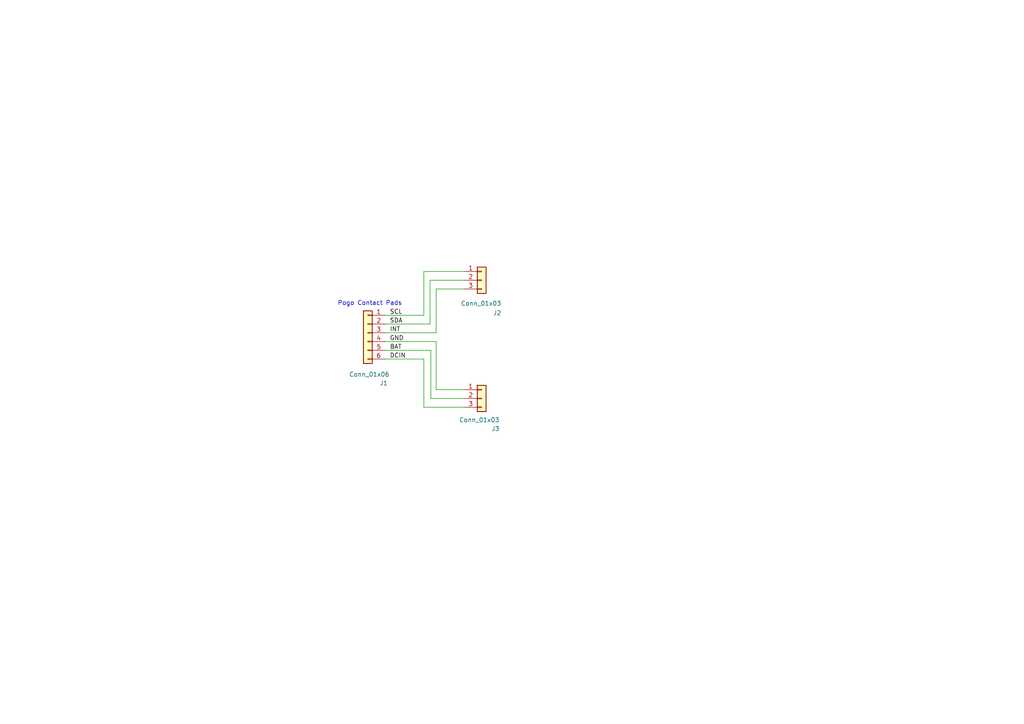
<source format=kicad_sch>
(kicad_sch (version 20231120) (generator "eeschema") (generator_version "8.0")
  (paper "A4")
  (lib_symbols
    (symbol "Connector_Generic:Conn_01x03" (pin_names (offset 1.016) hide)
      (property "Reference" "J" (at 0 5.08 0))
      (property "Value" "Conn_01x03" (at 0 -5.08 0))
      (symbol "Conn_01x03_1_1"
        (rectangle (start -1.27 -2.413) (end 0 -2.667) (stroke (width 0.1524)))
        (rectangle (start -1.27 0.127) (end 0 -0.127) (stroke (width 0.1524)))
        (rectangle (start -1.27 2.667) (end 0 2.413) (stroke (width 0.1524)))
        (rectangle (start -1.27 3.81) (end 1.27 -3.81) (stroke (width 0.254)) (fill (type background)))
        (pin passive line (at -5.08 2.54 0) (length 3.81) (name "Pin_1") (number "1"))
        (pin passive line (at -5.08 0 0) (length 3.81) (name "Pin_2") (number "2"))
        (pin passive line (at -5.08 -2.54 0) (length 3.81) (name "Pin_3") (number "3"))
      )
    )
    (symbol "Connector_Generic:Conn_01x06" (pin_names (offset 1.016) hide)
      (property "Reference" "J" (at 0 7.62 0))
      (property "Value" "Conn_01x06" (at 0 -10.16 0))
      (symbol "Conn_01x06_1_1"
        (rectangle (start -1.27 -7.493) (end 0 -7.747) (stroke (width 0.1524)))
        (rectangle (start -1.27 -4.953) (end 0 -5.207) (stroke (width 0.1524)))
        (rectangle (start -1.27 -2.413) (end 0 -2.667) (stroke (width 0.1524)))
        (rectangle (start -1.27 0.127) (end 0 -0.127) (stroke (width 0.1524)))
        (rectangle (start -1.27 2.667) (end 0 2.413) (stroke (width 0.1524)))
        (rectangle (start -1.27 5.207) (end 0 4.953) (stroke (width 0.1524)))
        (rectangle (start -1.27 6.35) (end 1.27 -8.89) (stroke (width 0.254)) (fill (type background)))
        (pin passive line (at -5.08 5.08 0) (length 3.81) (name "Pin_1") (number "1"))
        (pin passive line (at -5.08 2.54 0) (length 3.81) (name "Pin_2") (number "2"))
        (pin passive line (at -5.08 0 0) (length 3.81) (name "Pin_3") (number "3"))
        (pin passive line (at -5.08 -2.54 0) (length 3.81) (name "Pin_4") (number "4"))
        (pin passive line (at -5.08 -5.08 0) (length 3.81) (name "Pin_5") (number "5"))
        (pin passive line (at -5.08 -7.62 0) (length 3.81) (name "Pin_6") (number "6"))
      )
    )
  )
  (wire (pts (xy 124.968 115.57) (xy 134.62 115.57)))
  (wire (pts (xy 126.492 96.52) (xy 126.492 83.82)))
  (wire (pts (xy 126.492 113.03) (xy 134.62 113.03)))
  (wire (pts (xy 124.714 81.28) (xy 124.714 93.98)))
  (wire (pts (xy 111.76 101.6) (xy 124.968 101.6)))
  (wire (pts (xy 126.492 99.06) (xy 126.492 113.03)))
  (wire (pts (xy 122.936 91.44) (xy 122.936 78.74)))
  (wire (pts (xy 122.936 78.74) (xy 134.62 78.74)))
  (wire (pts (xy 111.76 99.06) (xy 126.492 99.06)))
  (wire (pts (xy 124.714 93.98) (xy 111.76 93.98)))
  (wire (pts (xy 124.968 101.6) (xy 124.968 115.57)))
  (wire (pts (xy 122.936 104.14) (xy 122.936 118.11)))
  (wire (pts (xy 111.76 91.44) (xy 122.936 91.44)))
  (wire (pts (xy 126.492 83.82) (xy 134.62 83.82)))
  (wire (pts (xy 134.62 81.28) (xy 124.714 81.28)))
  (wire (pts (xy 111.76 96.52) (xy 126.492 96.52)))
  (wire (pts (xy 122.936 118.11) (xy 134.62 118.11)))
  (wire (pts (xy 111.76 104.14) (xy 122.936 104.14)))
  (text "Pogo Contact Pads" (at 97.917 88.773 0) (effects (font (size 1.27 1.27)) (justify left bottom)))
  (label "BAT" (at 113.03 101.6 0))
  (label "INT" (at 113.03 96.52 0))
  (label "SDA" (at 113.03 93.98 0))
  (label "SCL" (at 113.03 91.44 0))
  (label "DCIN" (at 113.03 104.14 0))
  (label "GND" (at 113.03 99.06 0))
  (symbol (lib_id "Connector_Generic:Conn_01x03") (at 139.7 81.28 0) (unit 1)
    (property "Reference" "J2" (at 145.415 90.7796 0) (effects (justify right)))
    (property "Value" "Conn_01x03" (at 145.415 88.011 0) (effects (justify right)))
    (property "Footprint" "Connector_PinHeader_2.54mm:PinHeader_1x03_P2.54mm_Vertical" (effects (hide yes)))
  )
  (symbol (lib_id "Connector_Generic:Conn_01x03") (at 139.7 115.57 0) (unit 1)
    (property "Reference" "J3" (at 144.907 124.333 0) (effects (justify right)))
    (property "Value" "Conn_01x03" (at 144.907 121.793 0) (effects (justify right)))
    (property "Footprint" "Connector_PinHeader_2.54mm:PinHeader_1x03_P2.54mm_Vertical" (effects (hide yes)))
  )
  (symbol (lib_id "Connector_Generic:Conn_01x06") (at 106.68 96.52 0) (mirror y) (unit 1)
    (property "Reference" "J1" (at 110.109 111.125 0) (effects (justify right)))
    (property "Value" "Conn_01x06" (at 101.219 108.585 0) (effects (justify right)))
    (property "Footprint" "customFootprints_PPNFC:PP_6_pogo_pin_contacts" (effects (hide yes)))
  )
)
</source>
